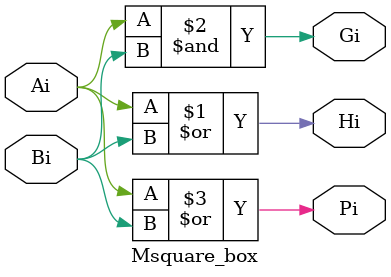
<source format=v>
module Msquare_box (Ai,Bi,Hi,Gi,Pi);
    input Ai,Bi; 
    output Hi,Gi,Pi;
    or m1 (Hi,Ai,Bi);
    and m2 (Gi,Ai,Bi);
    or m3 (Pi,Ai,Bi);
endmodule
</source>
